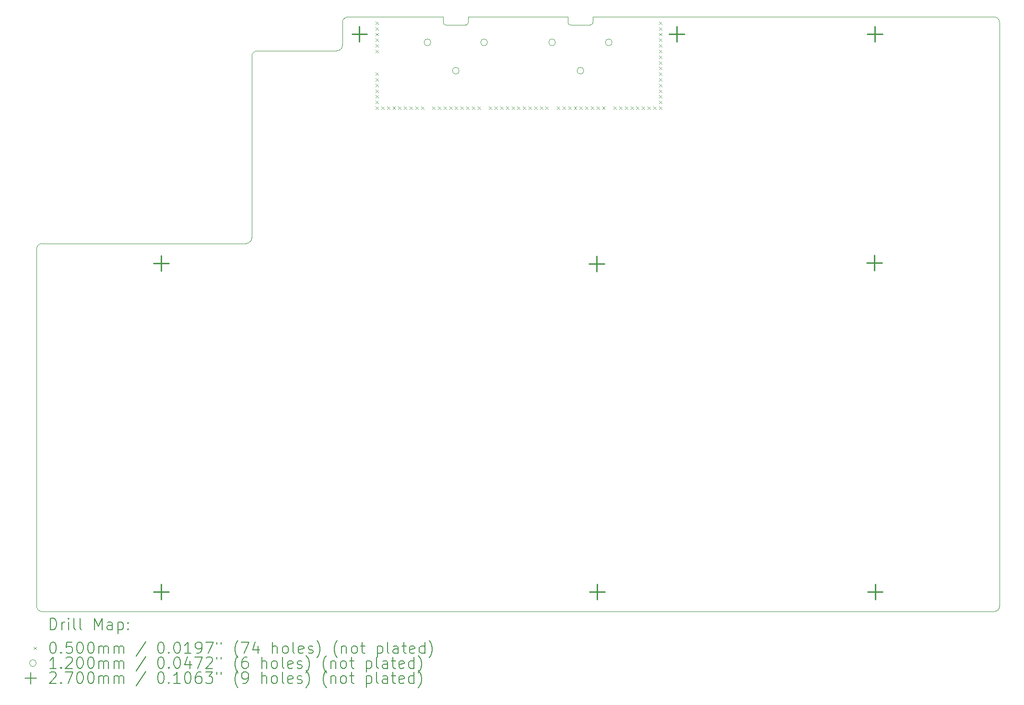
<source format=gbr>
%TF.GenerationSoftware,KiCad,Pcbnew,7.0.1.1-36-gbcf78dbe24-dirty-deb11*%
%TF.CreationDate,2023-04-07T12:35:39+00:00*%
%TF.ProjectId,pedalboard-hw,70656461-6c62-46f6-9172-642d68772e6b,1.0.2*%
%TF.SameCoordinates,Original*%
%TF.FileFunction,Drillmap*%
%TF.FilePolarity,Positive*%
%FSLAX45Y45*%
G04 Gerber Fmt 4.5, Leading zero omitted, Abs format (unit mm)*
G04 Created by KiCad (PCBNEW 7.0.1.1-36-gbcf78dbe24-dirty-deb11) date 2023-04-07 12:35:39*
%MOMM*%
%LPD*%
G01*
G04 APERTURE LIST*
%ADD10C,0.100000*%
%ADD11C,0.200000*%
%ADD12C,0.050000*%
%ADD13C,0.120000*%
%ADD14C,0.270000*%
G04 APERTURE END LIST*
D10*
X11820000Y-2000000D02*
X18900000Y-2000000D01*
X2000000Y-12400000D02*
X2000000Y-6100000D01*
X2100000Y-12500000D02*
X18900000Y-12500000D01*
X7400000Y-2100000D02*
X7400000Y-2500000D01*
X7500000Y-2000000D02*
G75*
G03*
X7400000Y-2100000I0J-100000D01*
G01*
X11380000Y-2100000D02*
G75*
G03*
X11420000Y-2140000I40000J0D01*
G01*
X2000000Y-12400000D02*
G75*
G03*
X2100000Y-12500000I100000J0D01*
G01*
X9180000Y-2100000D02*
G75*
G03*
X9220000Y-2140000I40000J0D01*
G01*
X11420000Y-2140000D02*
X11780000Y-2140000D01*
X5800000Y-5900000D02*
X5800000Y-2700000D01*
X2100000Y-6000000D02*
X5700000Y-6000000D01*
X5900000Y-2600000D02*
G75*
G03*
X5800000Y-2700000I0J-100000D01*
G01*
X19000000Y-2100000D02*
X19000000Y-12400000D01*
X11380000Y-2000000D02*
X11380000Y-2100000D01*
X9620000Y-2100000D02*
X9620000Y-2000000D01*
X9620000Y-2000000D02*
X11380000Y-2000000D01*
X19000000Y-2100000D02*
G75*
G03*
X18900000Y-2000000I-100000J0D01*
G01*
X9580000Y-2140000D02*
G75*
G03*
X9620000Y-2100000I0J40000D01*
G01*
X7300000Y-2600000D02*
X5900000Y-2600000D01*
X9180000Y-2000000D02*
X9180000Y-2100000D01*
X2100000Y-6000000D02*
G75*
G03*
X2000000Y-6100000I0J-100000D01*
G01*
X7300000Y-2600000D02*
G75*
G03*
X7400000Y-2500000I0J100000D01*
G01*
X9220000Y-2140000D02*
X9580000Y-2140000D01*
X5700000Y-6000000D02*
G75*
G03*
X5800000Y-5900000I0J100000D01*
G01*
X9180000Y-2000000D02*
X7500000Y-2000000D01*
X18900000Y-12500000D02*
G75*
G03*
X19000000Y-12400000I0J100000D01*
G01*
X11780000Y-2140000D02*
G75*
G03*
X11820000Y-2100000I0J40000D01*
G01*
X11820000Y-2100000D02*
X11820000Y-2000000D01*
D11*
D12*
X7985000Y-2082500D02*
X8035000Y-2132500D01*
X8035000Y-2082500D02*
X7985000Y-2132500D01*
X7985000Y-2182500D02*
X8035000Y-2232500D01*
X8035000Y-2182500D02*
X7985000Y-2232500D01*
X7985000Y-2282500D02*
X8035000Y-2332500D01*
X8035000Y-2282500D02*
X7985000Y-2332500D01*
X7985000Y-2382500D02*
X8035000Y-2432500D01*
X8035000Y-2382500D02*
X7985000Y-2432500D01*
X7985000Y-2482500D02*
X8035000Y-2532500D01*
X8035000Y-2482500D02*
X7985000Y-2532500D01*
X7985000Y-2582500D02*
X8035000Y-2632500D01*
X8035000Y-2582500D02*
X7985000Y-2632500D01*
X7985000Y-2982500D02*
X8035000Y-3032500D01*
X8035000Y-2982500D02*
X7985000Y-3032500D01*
X7985000Y-3082500D02*
X8035000Y-3132500D01*
X8035000Y-3082500D02*
X7985000Y-3132500D01*
X7985000Y-3182500D02*
X8035000Y-3232500D01*
X8035000Y-3182500D02*
X7985000Y-3232500D01*
X7985000Y-3282500D02*
X8035000Y-3332500D01*
X8035000Y-3282500D02*
X7985000Y-3332500D01*
X7985000Y-3382500D02*
X8035000Y-3432500D01*
X8035000Y-3382500D02*
X7985000Y-3432500D01*
X7985000Y-3482500D02*
X8035000Y-3532500D01*
X8035000Y-3482500D02*
X7985000Y-3532500D01*
X7985000Y-3582500D02*
X8035000Y-3632500D01*
X8035000Y-3582500D02*
X7985000Y-3632500D01*
X8085000Y-3582500D02*
X8135000Y-3632500D01*
X8135000Y-3582500D02*
X8085000Y-3632500D01*
X8185000Y-3582500D02*
X8235000Y-3632500D01*
X8235000Y-3582500D02*
X8185000Y-3632500D01*
X8285000Y-3582500D02*
X8335000Y-3632500D01*
X8335000Y-3582500D02*
X8285000Y-3632500D01*
X8385000Y-3582500D02*
X8435000Y-3632500D01*
X8435000Y-3582500D02*
X8385000Y-3632500D01*
X8485000Y-3582500D02*
X8535000Y-3632500D01*
X8535000Y-3582500D02*
X8485000Y-3632500D01*
X8585000Y-3582500D02*
X8635000Y-3632500D01*
X8635000Y-3582500D02*
X8585000Y-3632500D01*
X8685000Y-3582500D02*
X8735000Y-3632500D01*
X8735000Y-3582500D02*
X8685000Y-3632500D01*
X8785000Y-3582500D02*
X8835000Y-3632500D01*
X8835000Y-3582500D02*
X8785000Y-3632500D01*
X8985000Y-3582500D02*
X9035000Y-3632500D01*
X9035000Y-3582500D02*
X8985000Y-3632500D01*
X9085000Y-3582500D02*
X9135000Y-3632500D01*
X9135000Y-3582500D02*
X9085000Y-3632500D01*
X9185000Y-3582500D02*
X9235000Y-3632500D01*
X9235000Y-3582500D02*
X9185000Y-3632500D01*
X9285000Y-3582500D02*
X9335000Y-3632500D01*
X9335000Y-3582500D02*
X9285000Y-3632500D01*
X9385000Y-3582500D02*
X9435000Y-3632500D01*
X9435000Y-3582500D02*
X9385000Y-3632500D01*
X9485000Y-3582500D02*
X9535000Y-3632500D01*
X9535000Y-3582500D02*
X9485000Y-3632500D01*
X9585000Y-3582500D02*
X9635000Y-3632500D01*
X9635000Y-3582500D02*
X9585000Y-3632500D01*
X9685000Y-3582500D02*
X9735000Y-3632500D01*
X9735000Y-3582500D02*
X9685000Y-3632500D01*
X9785000Y-3582500D02*
X9835000Y-3632500D01*
X9835000Y-3582500D02*
X9785000Y-3632500D01*
X9985000Y-3582500D02*
X10035000Y-3632500D01*
X10035000Y-3582500D02*
X9985000Y-3632500D01*
X10085000Y-3582500D02*
X10135000Y-3632500D01*
X10135000Y-3582500D02*
X10085000Y-3632500D01*
X10185000Y-3582500D02*
X10235000Y-3632500D01*
X10235000Y-3582500D02*
X10185000Y-3632500D01*
X10285000Y-3582500D02*
X10335000Y-3632500D01*
X10335000Y-3582500D02*
X10285000Y-3632500D01*
X10385000Y-3582500D02*
X10435000Y-3632500D01*
X10435000Y-3582500D02*
X10385000Y-3632500D01*
X10485000Y-3582500D02*
X10535000Y-3632500D01*
X10535000Y-3582500D02*
X10485000Y-3632500D01*
X10585000Y-3582500D02*
X10635000Y-3632500D01*
X10635000Y-3582500D02*
X10585000Y-3632500D01*
X10685000Y-3582500D02*
X10735000Y-3632500D01*
X10735000Y-3582500D02*
X10685000Y-3632500D01*
X10785000Y-3582500D02*
X10835000Y-3632500D01*
X10835000Y-3582500D02*
X10785000Y-3632500D01*
X10885000Y-3582500D02*
X10935000Y-3632500D01*
X10935000Y-3582500D02*
X10885000Y-3632500D01*
X10985000Y-3582500D02*
X11035000Y-3632500D01*
X11035000Y-3582500D02*
X10985000Y-3632500D01*
X11185000Y-3582500D02*
X11235000Y-3632500D01*
X11235000Y-3582500D02*
X11185000Y-3632500D01*
X11285000Y-3582500D02*
X11335000Y-3632500D01*
X11335000Y-3582500D02*
X11285000Y-3632500D01*
X11385000Y-3582500D02*
X11435000Y-3632500D01*
X11435000Y-3582500D02*
X11385000Y-3632500D01*
X11485000Y-3582500D02*
X11535000Y-3632500D01*
X11535000Y-3582500D02*
X11485000Y-3632500D01*
X11585000Y-3582500D02*
X11635000Y-3632500D01*
X11635000Y-3582500D02*
X11585000Y-3632500D01*
X11685000Y-3582500D02*
X11735000Y-3632500D01*
X11735000Y-3582500D02*
X11685000Y-3632500D01*
X11785000Y-3582500D02*
X11835000Y-3632500D01*
X11835000Y-3582500D02*
X11785000Y-3632500D01*
X11885000Y-3582500D02*
X11935000Y-3632500D01*
X11935000Y-3582500D02*
X11885000Y-3632500D01*
X11985000Y-3582500D02*
X12035000Y-3632500D01*
X12035000Y-3582500D02*
X11985000Y-3632500D01*
X12185000Y-3582500D02*
X12235000Y-3632500D01*
X12235000Y-3582500D02*
X12185000Y-3632500D01*
X12285000Y-3582500D02*
X12335000Y-3632500D01*
X12335000Y-3582500D02*
X12285000Y-3632500D01*
X12385000Y-3582500D02*
X12435000Y-3632500D01*
X12435000Y-3582500D02*
X12385000Y-3632500D01*
X12485000Y-3582500D02*
X12535000Y-3632500D01*
X12535000Y-3582500D02*
X12485000Y-3632500D01*
X12585000Y-3582500D02*
X12635000Y-3632500D01*
X12635000Y-3582500D02*
X12585000Y-3632500D01*
X12685000Y-3582500D02*
X12735000Y-3632500D01*
X12735000Y-3582500D02*
X12685000Y-3632500D01*
X12785000Y-3582500D02*
X12835000Y-3632500D01*
X12835000Y-3582500D02*
X12785000Y-3632500D01*
X12885000Y-3582500D02*
X12935000Y-3632500D01*
X12935000Y-3582500D02*
X12885000Y-3632500D01*
X12985000Y-2082500D02*
X13035000Y-2132500D01*
X13035000Y-2082500D02*
X12985000Y-2132500D01*
X12985000Y-2182500D02*
X13035000Y-2232500D01*
X13035000Y-2182500D02*
X12985000Y-2232500D01*
X12985000Y-2282500D02*
X13035000Y-2332500D01*
X13035000Y-2282500D02*
X12985000Y-2332500D01*
X12985000Y-2382500D02*
X13035000Y-2432500D01*
X13035000Y-2382500D02*
X12985000Y-2432500D01*
X12985000Y-2482500D02*
X13035000Y-2532500D01*
X13035000Y-2482500D02*
X12985000Y-2532500D01*
X12985000Y-2582500D02*
X13035000Y-2632500D01*
X13035000Y-2582500D02*
X12985000Y-2632500D01*
X12985000Y-2682500D02*
X13035000Y-2732500D01*
X13035000Y-2682500D02*
X12985000Y-2732500D01*
X12985000Y-2782500D02*
X13035000Y-2832500D01*
X13035000Y-2782500D02*
X12985000Y-2832500D01*
X12985000Y-2882500D02*
X13035000Y-2932500D01*
X13035000Y-2882500D02*
X12985000Y-2932500D01*
X12985000Y-2982500D02*
X13035000Y-3032500D01*
X13035000Y-2982500D02*
X12985000Y-3032500D01*
X12985000Y-3082500D02*
X13035000Y-3132500D01*
X13035000Y-3082500D02*
X12985000Y-3132500D01*
X12985000Y-3182500D02*
X13035000Y-3232500D01*
X13035000Y-3182500D02*
X12985000Y-3232500D01*
X12985000Y-3282500D02*
X13035000Y-3332500D01*
X13035000Y-3282500D02*
X12985000Y-3332500D01*
X12985000Y-3382500D02*
X13035000Y-3432500D01*
X13035000Y-3382500D02*
X12985000Y-3432500D01*
X12985000Y-3482500D02*
X13035000Y-3532500D01*
X13035000Y-3482500D02*
X12985000Y-3532500D01*
X12985000Y-3582500D02*
X13035000Y-3632500D01*
X13035000Y-3582500D02*
X12985000Y-3632500D01*
D13*
X8960000Y-2450000D02*
G75*
G03*
X8960000Y-2450000I-60000J0D01*
G01*
X9460000Y-2950000D02*
G75*
G03*
X9460000Y-2950000I-60000J0D01*
G01*
X9960000Y-2450000D02*
G75*
G03*
X9960000Y-2450000I-60000J0D01*
G01*
X11160000Y-2450000D02*
G75*
G03*
X11160000Y-2450000I-60000J0D01*
G01*
X11660000Y-2950000D02*
G75*
G03*
X11660000Y-2950000I-60000J0D01*
G01*
X12160000Y-2450000D02*
G75*
G03*
X12160000Y-2450000I-60000J0D01*
G01*
D14*
X4200000Y-6215000D02*
X4200000Y-6485000D01*
X4065000Y-6350000D02*
X4335000Y-6350000D01*
X4200000Y-12015000D02*
X4200000Y-12285000D01*
X4065000Y-12150000D02*
X4335000Y-12150000D01*
X7700000Y-2165000D02*
X7700000Y-2435000D01*
X7565000Y-2300000D02*
X7835000Y-2300000D01*
X11890000Y-6221560D02*
X11890000Y-6491560D01*
X11755000Y-6356560D02*
X12025000Y-6356560D01*
X11898000Y-12017000D02*
X11898000Y-12287000D01*
X11763000Y-12152000D02*
X12033000Y-12152000D01*
X13300000Y-2165000D02*
X13300000Y-2435000D01*
X13165000Y-2300000D02*
X13435000Y-2300000D01*
X16790000Y-6210000D02*
X16790000Y-6480000D01*
X16655000Y-6345000D02*
X16925000Y-6345000D01*
X16800000Y-2165000D02*
X16800000Y-2435000D01*
X16665000Y-2300000D02*
X16935000Y-2300000D01*
X16802000Y-12015000D02*
X16802000Y-12285000D01*
X16667000Y-12150000D02*
X16937000Y-12150000D01*
D11*
X2242619Y-12817524D02*
X2242619Y-12617524D01*
X2242619Y-12617524D02*
X2290238Y-12617524D01*
X2290238Y-12617524D02*
X2318810Y-12627048D01*
X2318810Y-12627048D02*
X2337857Y-12646095D01*
X2337857Y-12646095D02*
X2347381Y-12665143D01*
X2347381Y-12665143D02*
X2356905Y-12703238D01*
X2356905Y-12703238D02*
X2356905Y-12731809D01*
X2356905Y-12731809D02*
X2347381Y-12769905D01*
X2347381Y-12769905D02*
X2337857Y-12788952D01*
X2337857Y-12788952D02*
X2318810Y-12808000D01*
X2318810Y-12808000D02*
X2290238Y-12817524D01*
X2290238Y-12817524D02*
X2242619Y-12817524D01*
X2442619Y-12817524D02*
X2442619Y-12684190D01*
X2442619Y-12722286D02*
X2452143Y-12703238D01*
X2452143Y-12703238D02*
X2461667Y-12693714D01*
X2461667Y-12693714D02*
X2480714Y-12684190D01*
X2480714Y-12684190D02*
X2499762Y-12684190D01*
X2566429Y-12817524D02*
X2566429Y-12684190D01*
X2566429Y-12617524D02*
X2556905Y-12627048D01*
X2556905Y-12627048D02*
X2566429Y-12636571D01*
X2566429Y-12636571D02*
X2575952Y-12627048D01*
X2575952Y-12627048D02*
X2566429Y-12617524D01*
X2566429Y-12617524D02*
X2566429Y-12636571D01*
X2690238Y-12817524D02*
X2671190Y-12808000D01*
X2671190Y-12808000D02*
X2661667Y-12788952D01*
X2661667Y-12788952D02*
X2661667Y-12617524D01*
X2795000Y-12817524D02*
X2775952Y-12808000D01*
X2775952Y-12808000D02*
X2766429Y-12788952D01*
X2766429Y-12788952D02*
X2766429Y-12617524D01*
X3023571Y-12817524D02*
X3023571Y-12617524D01*
X3023571Y-12617524D02*
X3090238Y-12760381D01*
X3090238Y-12760381D02*
X3156905Y-12617524D01*
X3156905Y-12617524D02*
X3156905Y-12817524D01*
X3337857Y-12817524D02*
X3337857Y-12712762D01*
X3337857Y-12712762D02*
X3328333Y-12693714D01*
X3328333Y-12693714D02*
X3309286Y-12684190D01*
X3309286Y-12684190D02*
X3271190Y-12684190D01*
X3271190Y-12684190D02*
X3252143Y-12693714D01*
X3337857Y-12808000D02*
X3318809Y-12817524D01*
X3318809Y-12817524D02*
X3271190Y-12817524D01*
X3271190Y-12817524D02*
X3252143Y-12808000D01*
X3252143Y-12808000D02*
X3242619Y-12788952D01*
X3242619Y-12788952D02*
X3242619Y-12769905D01*
X3242619Y-12769905D02*
X3252143Y-12750857D01*
X3252143Y-12750857D02*
X3271190Y-12741333D01*
X3271190Y-12741333D02*
X3318809Y-12741333D01*
X3318809Y-12741333D02*
X3337857Y-12731809D01*
X3433095Y-12684190D02*
X3433095Y-12884190D01*
X3433095Y-12693714D02*
X3452143Y-12684190D01*
X3452143Y-12684190D02*
X3490238Y-12684190D01*
X3490238Y-12684190D02*
X3509286Y-12693714D01*
X3509286Y-12693714D02*
X3518809Y-12703238D01*
X3518809Y-12703238D02*
X3528333Y-12722286D01*
X3528333Y-12722286D02*
X3528333Y-12779428D01*
X3528333Y-12779428D02*
X3518809Y-12798476D01*
X3518809Y-12798476D02*
X3509286Y-12808000D01*
X3509286Y-12808000D02*
X3490238Y-12817524D01*
X3490238Y-12817524D02*
X3452143Y-12817524D01*
X3452143Y-12817524D02*
X3433095Y-12808000D01*
X3614048Y-12798476D02*
X3623571Y-12808000D01*
X3623571Y-12808000D02*
X3614048Y-12817524D01*
X3614048Y-12817524D02*
X3604524Y-12808000D01*
X3604524Y-12808000D02*
X3614048Y-12798476D01*
X3614048Y-12798476D02*
X3614048Y-12817524D01*
X3614048Y-12693714D02*
X3623571Y-12703238D01*
X3623571Y-12703238D02*
X3614048Y-12712762D01*
X3614048Y-12712762D02*
X3604524Y-12703238D01*
X3604524Y-12703238D02*
X3614048Y-12693714D01*
X3614048Y-12693714D02*
X3614048Y-12712762D01*
D12*
X1945000Y-13120000D02*
X1995000Y-13170000D01*
X1995000Y-13120000D02*
X1945000Y-13170000D01*
D11*
X2280714Y-13037524D02*
X2299762Y-13037524D01*
X2299762Y-13037524D02*
X2318810Y-13047048D01*
X2318810Y-13047048D02*
X2328333Y-13056571D01*
X2328333Y-13056571D02*
X2337857Y-13075619D01*
X2337857Y-13075619D02*
X2347381Y-13113714D01*
X2347381Y-13113714D02*
X2347381Y-13161333D01*
X2347381Y-13161333D02*
X2337857Y-13199428D01*
X2337857Y-13199428D02*
X2328333Y-13218476D01*
X2328333Y-13218476D02*
X2318810Y-13228000D01*
X2318810Y-13228000D02*
X2299762Y-13237524D01*
X2299762Y-13237524D02*
X2280714Y-13237524D01*
X2280714Y-13237524D02*
X2261667Y-13228000D01*
X2261667Y-13228000D02*
X2252143Y-13218476D01*
X2252143Y-13218476D02*
X2242619Y-13199428D01*
X2242619Y-13199428D02*
X2233095Y-13161333D01*
X2233095Y-13161333D02*
X2233095Y-13113714D01*
X2233095Y-13113714D02*
X2242619Y-13075619D01*
X2242619Y-13075619D02*
X2252143Y-13056571D01*
X2252143Y-13056571D02*
X2261667Y-13047048D01*
X2261667Y-13047048D02*
X2280714Y-13037524D01*
X2433095Y-13218476D02*
X2442619Y-13228000D01*
X2442619Y-13228000D02*
X2433095Y-13237524D01*
X2433095Y-13237524D02*
X2423571Y-13228000D01*
X2423571Y-13228000D02*
X2433095Y-13218476D01*
X2433095Y-13218476D02*
X2433095Y-13237524D01*
X2623571Y-13037524D02*
X2528333Y-13037524D01*
X2528333Y-13037524D02*
X2518810Y-13132762D01*
X2518810Y-13132762D02*
X2528333Y-13123238D01*
X2528333Y-13123238D02*
X2547381Y-13113714D01*
X2547381Y-13113714D02*
X2595000Y-13113714D01*
X2595000Y-13113714D02*
X2614048Y-13123238D01*
X2614048Y-13123238D02*
X2623571Y-13132762D01*
X2623571Y-13132762D02*
X2633095Y-13151809D01*
X2633095Y-13151809D02*
X2633095Y-13199428D01*
X2633095Y-13199428D02*
X2623571Y-13218476D01*
X2623571Y-13218476D02*
X2614048Y-13228000D01*
X2614048Y-13228000D02*
X2595000Y-13237524D01*
X2595000Y-13237524D02*
X2547381Y-13237524D01*
X2547381Y-13237524D02*
X2528333Y-13228000D01*
X2528333Y-13228000D02*
X2518810Y-13218476D01*
X2756905Y-13037524D02*
X2775952Y-13037524D01*
X2775952Y-13037524D02*
X2795000Y-13047048D01*
X2795000Y-13047048D02*
X2804524Y-13056571D01*
X2804524Y-13056571D02*
X2814048Y-13075619D01*
X2814048Y-13075619D02*
X2823571Y-13113714D01*
X2823571Y-13113714D02*
X2823571Y-13161333D01*
X2823571Y-13161333D02*
X2814048Y-13199428D01*
X2814048Y-13199428D02*
X2804524Y-13218476D01*
X2804524Y-13218476D02*
X2795000Y-13228000D01*
X2795000Y-13228000D02*
X2775952Y-13237524D01*
X2775952Y-13237524D02*
X2756905Y-13237524D01*
X2756905Y-13237524D02*
X2737857Y-13228000D01*
X2737857Y-13228000D02*
X2728333Y-13218476D01*
X2728333Y-13218476D02*
X2718810Y-13199428D01*
X2718810Y-13199428D02*
X2709286Y-13161333D01*
X2709286Y-13161333D02*
X2709286Y-13113714D01*
X2709286Y-13113714D02*
X2718810Y-13075619D01*
X2718810Y-13075619D02*
X2728333Y-13056571D01*
X2728333Y-13056571D02*
X2737857Y-13047048D01*
X2737857Y-13047048D02*
X2756905Y-13037524D01*
X2947381Y-13037524D02*
X2966429Y-13037524D01*
X2966429Y-13037524D02*
X2985476Y-13047048D01*
X2985476Y-13047048D02*
X2995000Y-13056571D01*
X2995000Y-13056571D02*
X3004524Y-13075619D01*
X3004524Y-13075619D02*
X3014048Y-13113714D01*
X3014048Y-13113714D02*
X3014048Y-13161333D01*
X3014048Y-13161333D02*
X3004524Y-13199428D01*
X3004524Y-13199428D02*
X2995000Y-13218476D01*
X2995000Y-13218476D02*
X2985476Y-13228000D01*
X2985476Y-13228000D02*
X2966429Y-13237524D01*
X2966429Y-13237524D02*
X2947381Y-13237524D01*
X2947381Y-13237524D02*
X2928333Y-13228000D01*
X2928333Y-13228000D02*
X2918809Y-13218476D01*
X2918809Y-13218476D02*
X2909286Y-13199428D01*
X2909286Y-13199428D02*
X2899762Y-13161333D01*
X2899762Y-13161333D02*
X2899762Y-13113714D01*
X2899762Y-13113714D02*
X2909286Y-13075619D01*
X2909286Y-13075619D02*
X2918809Y-13056571D01*
X2918809Y-13056571D02*
X2928333Y-13047048D01*
X2928333Y-13047048D02*
X2947381Y-13037524D01*
X3099762Y-13237524D02*
X3099762Y-13104190D01*
X3099762Y-13123238D02*
X3109286Y-13113714D01*
X3109286Y-13113714D02*
X3128333Y-13104190D01*
X3128333Y-13104190D02*
X3156905Y-13104190D01*
X3156905Y-13104190D02*
X3175952Y-13113714D01*
X3175952Y-13113714D02*
X3185476Y-13132762D01*
X3185476Y-13132762D02*
X3185476Y-13237524D01*
X3185476Y-13132762D02*
X3195000Y-13113714D01*
X3195000Y-13113714D02*
X3214048Y-13104190D01*
X3214048Y-13104190D02*
X3242619Y-13104190D01*
X3242619Y-13104190D02*
X3261667Y-13113714D01*
X3261667Y-13113714D02*
X3271190Y-13132762D01*
X3271190Y-13132762D02*
X3271190Y-13237524D01*
X3366429Y-13237524D02*
X3366429Y-13104190D01*
X3366429Y-13123238D02*
X3375952Y-13113714D01*
X3375952Y-13113714D02*
X3395000Y-13104190D01*
X3395000Y-13104190D02*
X3423571Y-13104190D01*
X3423571Y-13104190D02*
X3442619Y-13113714D01*
X3442619Y-13113714D02*
X3452143Y-13132762D01*
X3452143Y-13132762D02*
X3452143Y-13237524D01*
X3452143Y-13132762D02*
X3461667Y-13113714D01*
X3461667Y-13113714D02*
X3480714Y-13104190D01*
X3480714Y-13104190D02*
X3509286Y-13104190D01*
X3509286Y-13104190D02*
X3528333Y-13113714D01*
X3528333Y-13113714D02*
X3537857Y-13132762D01*
X3537857Y-13132762D02*
X3537857Y-13237524D01*
X3928333Y-13028000D02*
X3756905Y-13285143D01*
X4185476Y-13037524D02*
X4204524Y-13037524D01*
X4204524Y-13037524D02*
X4223572Y-13047048D01*
X4223572Y-13047048D02*
X4233095Y-13056571D01*
X4233095Y-13056571D02*
X4242619Y-13075619D01*
X4242619Y-13075619D02*
X4252143Y-13113714D01*
X4252143Y-13113714D02*
X4252143Y-13161333D01*
X4252143Y-13161333D02*
X4242619Y-13199428D01*
X4242619Y-13199428D02*
X4233095Y-13218476D01*
X4233095Y-13218476D02*
X4223572Y-13228000D01*
X4223572Y-13228000D02*
X4204524Y-13237524D01*
X4204524Y-13237524D02*
X4185476Y-13237524D01*
X4185476Y-13237524D02*
X4166429Y-13228000D01*
X4166429Y-13228000D02*
X4156905Y-13218476D01*
X4156905Y-13218476D02*
X4147381Y-13199428D01*
X4147381Y-13199428D02*
X4137857Y-13161333D01*
X4137857Y-13161333D02*
X4137857Y-13113714D01*
X4137857Y-13113714D02*
X4147381Y-13075619D01*
X4147381Y-13075619D02*
X4156905Y-13056571D01*
X4156905Y-13056571D02*
X4166429Y-13047048D01*
X4166429Y-13047048D02*
X4185476Y-13037524D01*
X4337857Y-13218476D02*
X4347381Y-13228000D01*
X4347381Y-13228000D02*
X4337857Y-13237524D01*
X4337857Y-13237524D02*
X4328334Y-13228000D01*
X4328334Y-13228000D02*
X4337857Y-13218476D01*
X4337857Y-13218476D02*
X4337857Y-13237524D01*
X4471191Y-13037524D02*
X4490238Y-13037524D01*
X4490238Y-13037524D02*
X4509286Y-13047048D01*
X4509286Y-13047048D02*
X4518810Y-13056571D01*
X4518810Y-13056571D02*
X4528334Y-13075619D01*
X4528334Y-13075619D02*
X4537857Y-13113714D01*
X4537857Y-13113714D02*
X4537857Y-13161333D01*
X4537857Y-13161333D02*
X4528334Y-13199428D01*
X4528334Y-13199428D02*
X4518810Y-13218476D01*
X4518810Y-13218476D02*
X4509286Y-13228000D01*
X4509286Y-13228000D02*
X4490238Y-13237524D01*
X4490238Y-13237524D02*
X4471191Y-13237524D01*
X4471191Y-13237524D02*
X4452143Y-13228000D01*
X4452143Y-13228000D02*
X4442619Y-13218476D01*
X4442619Y-13218476D02*
X4433095Y-13199428D01*
X4433095Y-13199428D02*
X4423572Y-13161333D01*
X4423572Y-13161333D02*
X4423572Y-13113714D01*
X4423572Y-13113714D02*
X4433095Y-13075619D01*
X4433095Y-13075619D02*
X4442619Y-13056571D01*
X4442619Y-13056571D02*
X4452143Y-13047048D01*
X4452143Y-13047048D02*
X4471191Y-13037524D01*
X4728334Y-13237524D02*
X4614048Y-13237524D01*
X4671191Y-13237524D02*
X4671191Y-13037524D01*
X4671191Y-13037524D02*
X4652143Y-13066095D01*
X4652143Y-13066095D02*
X4633095Y-13085143D01*
X4633095Y-13085143D02*
X4614048Y-13094667D01*
X4823572Y-13237524D02*
X4861667Y-13237524D01*
X4861667Y-13237524D02*
X4880715Y-13228000D01*
X4880715Y-13228000D02*
X4890238Y-13218476D01*
X4890238Y-13218476D02*
X4909286Y-13189905D01*
X4909286Y-13189905D02*
X4918810Y-13151809D01*
X4918810Y-13151809D02*
X4918810Y-13075619D01*
X4918810Y-13075619D02*
X4909286Y-13056571D01*
X4909286Y-13056571D02*
X4899762Y-13047048D01*
X4899762Y-13047048D02*
X4880715Y-13037524D01*
X4880715Y-13037524D02*
X4842619Y-13037524D01*
X4842619Y-13037524D02*
X4823572Y-13047048D01*
X4823572Y-13047048D02*
X4814048Y-13056571D01*
X4814048Y-13056571D02*
X4804524Y-13075619D01*
X4804524Y-13075619D02*
X4804524Y-13123238D01*
X4804524Y-13123238D02*
X4814048Y-13142286D01*
X4814048Y-13142286D02*
X4823572Y-13151809D01*
X4823572Y-13151809D02*
X4842619Y-13161333D01*
X4842619Y-13161333D02*
X4880715Y-13161333D01*
X4880715Y-13161333D02*
X4899762Y-13151809D01*
X4899762Y-13151809D02*
X4909286Y-13142286D01*
X4909286Y-13142286D02*
X4918810Y-13123238D01*
X4985476Y-13037524D02*
X5118810Y-13037524D01*
X5118810Y-13037524D02*
X5033095Y-13237524D01*
X5185476Y-13037524D02*
X5185476Y-13075619D01*
X5261667Y-13037524D02*
X5261667Y-13075619D01*
X5556905Y-13313714D02*
X5547381Y-13304190D01*
X5547381Y-13304190D02*
X5528334Y-13275619D01*
X5528334Y-13275619D02*
X5518810Y-13256571D01*
X5518810Y-13256571D02*
X5509286Y-13228000D01*
X5509286Y-13228000D02*
X5499762Y-13180381D01*
X5499762Y-13180381D02*
X5499762Y-13142286D01*
X5499762Y-13142286D02*
X5509286Y-13094667D01*
X5509286Y-13094667D02*
X5518810Y-13066095D01*
X5518810Y-13066095D02*
X5528334Y-13047048D01*
X5528334Y-13047048D02*
X5547381Y-13018476D01*
X5547381Y-13018476D02*
X5556905Y-13008952D01*
X5614048Y-13037524D02*
X5747381Y-13037524D01*
X5747381Y-13037524D02*
X5661667Y-13237524D01*
X5909286Y-13104190D02*
X5909286Y-13237524D01*
X5861667Y-13028000D02*
X5814048Y-13170857D01*
X5814048Y-13170857D02*
X5937857Y-13170857D01*
X6166429Y-13237524D02*
X6166429Y-13037524D01*
X6252143Y-13237524D02*
X6252143Y-13132762D01*
X6252143Y-13132762D02*
X6242619Y-13113714D01*
X6242619Y-13113714D02*
X6223572Y-13104190D01*
X6223572Y-13104190D02*
X6195000Y-13104190D01*
X6195000Y-13104190D02*
X6175953Y-13113714D01*
X6175953Y-13113714D02*
X6166429Y-13123238D01*
X6375953Y-13237524D02*
X6356905Y-13228000D01*
X6356905Y-13228000D02*
X6347381Y-13218476D01*
X6347381Y-13218476D02*
X6337857Y-13199428D01*
X6337857Y-13199428D02*
X6337857Y-13142286D01*
X6337857Y-13142286D02*
X6347381Y-13123238D01*
X6347381Y-13123238D02*
X6356905Y-13113714D01*
X6356905Y-13113714D02*
X6375953Y-13104190D01*
X6375953Y-13104190D02*
X6404524Y-13104190D01*
X6404524Y-13104190D02*
X6423572Y-13113714D01*
X6423572Y-13113714D02*
X6433096Y-13123238D01*
X6433096Y-13123238D02*
X6442619Y-13142286D01*
X6442619Y-13142286D02*
X6442619Y-13199428D01*
X6442619Y-13199428D02*
X6433096Y-13218476D01*
X6433096Y-13218476D02*
X6423572Y-13228000D01*
X6423572Y-13228000D02*
X6404524Y-13237524D01*
X6404524Y-13237524D02*
X6375953Y-13237524D01*
X6556905Y-13237524D02*
X6537857Y-13228000D01*
X6537857Y-13228000D02*
X6528334Y-13208952D01*
X6528334Y-13208952D02*
X6528334Y-13037524D01*
X6709286Y-13228000D02*
X6690238Y-13237524D01*
X6690238Y-13237524D02*
X6652143Y-13237524D01*
X6652143Y-13237524D02*
X6633096Y-13228000D01*
X6633096Y-13228000D02*
X6623572Y-13208952D01*
X6623572Y-13208952D02*
X6623572Y-13132762D01*
X6623572Y-13132762D02*
X6633096Y-13113714D01*
X6633096Y-13113714D02*
X6652143Y-13104190D01*
X6652143Y-13104190D02*
X6690238Y-13104190D01*
X6690238Y-13104190D02*
X6709286Y-13113714D01*
X6709286Y-13113714D02*
X6718810Y-13132762D01*
X6718810Y-13132762D02*
X6718810Y-13151809D01*
X6718810Y-13151809D02*
X6623572Y-13170857D01*
X6795000Y-13228000D02*
X6814048Y-13237524D01*
X6814048Y-13237524D02*
X6852143Y-13237524D01*
X6852143Y-13237524D02*
X6871191Y-13228000D01*
X6871191Y-13228000D02*
X6880715Y-13208952D01*
X6880715Y-13208952D02*
X6880715Y-13199428D01*
X6880715Y-13199428D02*
X6871191Y-13180381D01*
X6871191Y-13180381D02*
X6852143Y-13170857D01*
X6852143Y-13170857D02*
X6823572Y-13170857D01*
X6823572Y-13170857D02*
X6804524Y-13161333D01*
X6804524Y-13161333D02*
X6795000Y-13142286D01*
X6795000Y-13142286D02*
X6795000Y-13132762D01*
X6795000Y-13132762D02*
X6804524Y-13113714D01*
X6804524Y-13113714D02*
X6823572Y-13104190D01*
X6823572Y-13104190D02*
X6852143Y-13104190D01*
X6852143Y-13104190D02*
X6871191Y-13113714D01*
X6947381Y-13313714D02*
X6956905Y-13304190D01*
X6956905Y-13304190D02*
X6975953Y-13275619D01*
X6975953Y-13275619D02*
X6985477Y-13256571D01*
X6985477Y-13256571D02*
X6995000Y-13228000D01*
X6995000Y-13228000D02*
X7004524Y-13180381D01*
X7004524Y-13180381D02*
X7004524Y-13142286D01*
X7004524Y-13142286D02*
X6995000Y-13094667D01*
X6995000Y-13094667D02*
X6985477Y-13066095D01*
X6985477Y-13066095D02*
X6975953Y-13047048D01*
X6975953Y-13047048D02*
X6956905Y-13018476D01*
X6956905Y-13018476D02*
X6947381Y-13008952D01*
X7309286Y-13313714D02*
X7299762Y-13304190D01*
X7299762Y-13304190D02*
X7280715Y-13275619D01*
X7280715Y-13275619D02*
X7271191Y-13256571D01*
X7271191Y-13256571D02*
X7261667Y-13228000D01*
X7261667Y-13228000D02*
X7252143Y-13180381D01*
X7252143Y-13180381D02*
X7252143Y-13142286D01*
X7252143Y-13142286D02*
X7261667Y-13094667D01*
X7261667Y-13094667D02*
X7271191Y-13066095D01*
X7271191Y-13066095D02*
X7280715Y-13047048D01*
X7280715Y-13047048D02*
X7299762Y-13018476D01*
X7299762Y-13018476D02*
X7309286Y-13008952D01*
X7385477Y-13104190D02*
X7385477Y-13237524D01*
X7385477Y-13123238D02*
X7395000Y-13113714D01*
X7395000Y-13113714D02*
X7414048Y-13104190D01*
X7414048Y-13104190D02*
X7442619Y-13104190D01*
X7442619Y-13104190D02*
X7461667Y-13113714D01*
X7461667Y-13113714D02*
X7471191Y-13132762D01*
X7471191Y-13132762D02*
X7471191Y-13237524D01*
X7595000Y-13237524D02*
X7575953Y-13228000D01*
X7575953Y-13228000D02*
X7566429Y-13218476D01*
X7566429Y-13218476D02*
X7556905Y-13199428D01*
X7556905Y-13199428D02*
X7556905Y-13142286D01*
X7556905Y-13142286D02*
X7566429Y-13123238D01*
X7566429Y-13123238D02*
X7575953Y-13113714D01*
X7575953Y-13113714D02*
X7595000Y-13104190D01*
X7595000Y-13104190D02*
X7623572Y-13104190D01*
X7623572Y-13104190D02*
X7642619Y-13113714D01*
X7642619Y-13113714D02*
X7652143Y-13123238D01*
X7652143Y-13123238D02*
X7661667Y-13142286D01*
X7661667Y-13142286D02*
X7661667Y-13199428D01*
X7661667Y-13199428D02*
X7652143Y-13218476D01*
X7652143Y-13218476D02*
X7642619Y-13228000D01*
X7642619Y-13228000D02*
X7623572Y-13237524D01*
X7623572Y-13237524D02*
X7595000Y-13237524D01*
X7718810Y-13104190D02*
X7795000Y-13104190D01*
X7747381Y-13037524D02*
X7747381Y-13208952D01*
X7747381Y-13208952D02*
X7756905Y-13228000D01*
X7756905Y-13228000D02*
X7775953Y-13237524D01*
X7775953Y-13237524D02*
X7795000Y-13237524D01*
X8014048Y-13104190D02*
X8014048Y-13304190D01*
X8014048Y-13113714D02*
X8033096Y-13104190D01*
X8033096Y-13104190D02*
X8071191Y-13104190D01*
X8071191Y-13104190D02*
X8090239Y-13113714D01*
X8090239Y-13113714D02*
X8099762Y-13123238D01*
X8099762Y-13123238D02*
X8109286Y-13142286D01*
X8109286Y-13142286D02*
X8109286Y-13199428D01*
X8109286Y-13199428D02*
X8099762Y-13218476D01*
X8099762Y-13218476D02*
X8090239Y-13228000D01*
X8090239Y-13228000D02*
X8071191Y-13237524D01*
X8071191Y-13237524D02*
X8033096Y-13237524D01*
X8033096Y-13237524D02*
X8014048Y-13228000D01*
X8223572Y-13237524D02*
X8204524Y-13228000D01*
X8204524Y-13228000D02*
X8195000Y-13208952D01*
X8195000Y-13208952D02*
X8195000Y-13037524D01*
X8385477Y-13237524D02*
X8385477Y-13132762D01*
X8385477Y-13132762D02*
X8375953Y-13113714D01*
X8375953Y-13113714D02*
X8356905Y-13104190D01*
X8356905Y-13104190D02*
X8318810Y-13104190D01*
X8318810Y-13104190D02*
X8299762Y-13113714D01*
X8385477Y-13228000D02*
X8366429Y-13237524D01*
X8366429Y-13237524D02*
X8318810Y-13237524D01*
X8318810Y-13237524D02*
X8299762Y-13228000D01*
X8299762Y-13228000D02*
X8290239Y-13208952D01*
X8290239Y-13208952D02*
X8290239Y-13189905D01*
X8290239Y-13189905D02*
X8299762Y-13170857D01*
X8299762Y-13170857D02*
X8318810Y-13161333D01*
X8318810Y-13161333D02*
X8366429Y-13161333D01*
X8366429Y-13161333D02*
X8385477Y-13151809D01*
X8452143Y-13104190D02*
X8528334Y-13104190D01*
X8480715Y-13037524D02*
X8480715Y-13208952D01*
X8480715Y-13208952D02*
X8490239Y-13228000D01*
X8490239Y-13228000D02*
X8509286Y-13237524D01*
X8509286Y-13237524D02*
X8528334Y-13237524D01*
X8671191Y-13228000D02*
X8652143Y-13237524D01*
X8652143Y-13237524D02*
X8614048Y-13237524D01*
X8614048Y-13237524D02*
X8595001Y-13228000D01*
X8595001Y-13228000D02*
X8585477Y-13208952D01*
X8585477Y-13208952D02*
X8585477Y-13132762D01*
X8585477Y-13132762D02*
X8595001Y-13113714D01*
X8595001Y-13113714D02*
X8614048Y-13104190D01*
X8614048Y-13104190D02*
X8652143Y-13104190D01*
X8652143Y-13104190D02*
X8671191Y-13113714D01*
X8671191Y-13113714D02*
X8680715Y-13132762D01*
X8680715Y-13132762D02*
X8680715Y-13151809D01*
X8680715Y-13151809D02*
X8585477Y-13170857D01*
X8852143Y-13237524D02*
X8852143Y-13037524D01*
X8852143Y-13228000D02*
X8833096Y-13237524D01*
X8833096Y-13237524D02*
X8795001Y-13237524D01*
X8795001Y-13237524D02*
X8775953Y-13228000D01*
X8775953Y-13228000D02*
X8766429Y-13218476D01*
X8766429Y-13218476D02*
X8756905Y-13199428D01*
X8756905Y-13199428D02*
X8756905Y-13142286D01*
X8756905Y-13142286D02*
X8766429Y-13123238D01*
X8766429Y-13123238D02*
X8775953Y-13113714D01*
X8775953Y-13113714D02*
X8795001Y-13104190D01*
X8795001Y-13104190D02*
X8833096Y-13104190D01*
X8833096Y-13104190D02*
X8852143Y-13113714D01*
X8928334Y-13313714D02*
X8937858Y-13304190D01*
X8937858Y-13304190D02*
X8956905Y-13275619D01*
X8956905Y-13275619D02*
X8966429Y-13256571D01*
X8966429Y-13256571D02*
X8975953Y-13228000D01*
X8975953Y-13228000D02*
X8985477Y-13180381D01*
X8985477Y-13180381D02*
X8985477Y-13142286D01*
X8985477Y-13142286D02*
X8975953Y-13094667D01*
X8975953Y-13094667D02*
X8966429Y-13066095D01*
X8966429Y-13066095D02*
X8956905Y-13047048D01*
X8956905Y-13047048D02*
X8937858Y-13018476D01*
X8937858Y-13018476D02*
X8928334Y-13008952D01*
D13*
X1995000Y-13409000D02*
G75*
G03*
X1995000Y-13409000I-60000J0D01*
G01*
D11*
X2347381Y-13501524D02*
X2233095Y-13501524D01*
X2290238Y-13501524D02*
X2290238Y-13301524D01*
X2290238Y-13301524D02*
X2271190Y-13330095D01*
X2271190Y-13330095D02*
X2252143Y-13349143D01*
X2252143Y-13349143D02*
X2233095Y-13358667D01*
X2433095Y-13482476D02*
X2442619Y-13492000D01*
X2442619Y-13492000D02*
X2433095Y-13501524D01*
X2433095Y-13501524D02*
X2423571Y-13492000D01*
X2423571Y-13492000D02*
X2433095Y-13482476D01*
X2433095Y-13482476D02*
X2433095Y-13501524D01*
X2518810Y-13320571D02*
X2528333Y-13311048D01*
X2528333Y-13311048D02*
X2547381Y-13301524D01*
X2547381Y-13301524D02*
X2595000Y-13301524D01*
X2595000Y-13301524D02*
X2614048Y-13311048D01*
X2614048Y-13311048D02*
X2623571Y-13320571D01*
X2623571Y-13320571D02*
X2633095Y-13339619D01*
X2633095Y-13339619D02*
X2633095Y-13358667D01*
X2633095Y-13358667D02*
X2623571Y-13387238D01*
X2623571Y-13387238D02*
X2509286Y-13501524D01*
X2509286Y-13501524D02*
X2633095Y-13501524D01*
X2756905Y-13301524D02*
X2775952Y-13301524D01*
X2775952Y-13301524D02*
X2795000Y-13311048D01*
X2795000Y-13311048D02*
X2804524Y-13320571D01*
X2804524Y-13320571D02*
X2814048Y-13339619D01*
X2814048Y-13339619D02*
X2823571Y-13377714D01*
X2823571Y-13377714D02*
X2823571Y-13425333D01*
X2823571Y-13425333D02*
X2814048Y-13463428D01*
X2814048Y-13463428D02*
X2804524Y-13482476D01*
X2804524Y-13482476D02*
X2795000Y-13492000D01*
X2795000Y-13492000D02*
X2775952Y-13501524D01*
X2775952Y-13501524D02*
X2756905Y-13501524D01*
X2756905Y-13501524D02*
X2737857Y-13492000D01*
X2737857Y-13492000D02*
X2728333Y-13482476D01*
X2728333Y-13482476D02*
X2718810Y-13463428D01*
X2718810Y-13463428D02*
X2709286Y-13425333D01*
X2709286Y-13425333D02*
X2709286Y-13377714D01*
X2709286Y-13377714D02*
X2718810Y-13339619D01*
X2718810Y-13339619D02*
X2728333Y-13320571D01*
X2728333Y-13320571D02*
X2737857Y-13311048D01*
X2737857Y-13311048D02*
X2756905Y-13301524D01*
X2947381Y-13301524D02*
X2966429Y-13301524D01*
X2966429Y-13301524D02*
X2985476Y-13311048D01*
X2985476Y-13311048D02*
X2995000Y-13320571D01*
X2995000Y-13320571D02*
X3004524Y-13339619D01*
X3004524Y-13339619D02*
X3014048Y-13377714D01*
X3014048Y-13377714D02*
X3014048Y-13425333D01*
X3014048Y-13425333D02*
X3004524Y-13463428D01*
X3004524Y-13463428D02*
X2995000Y-13482476D01*
X2995000Y-13482476D02*
X2985476Y-13492000D01*
X2985476Y-13492000D02*
X2966429Y-13501524D01*
X2966429Y-13501524D02*
X2947381Y-13501524D01*
X2947381Y-13501524D02*
X2928333Y-13492000D01*
X2928333Y-13492000D02*
X2918809Y-13482476D01*
X2918809Y-13482476D02*
X2909286Y-13463428D01*
X2909286Y-13463428D02*
X2899762Y-13425333D01*
X2899762Y-13425333D02*
X2899762Y-13377714D01*
X2899762Y-13377714D02*
X2909286Y-13339619D01*
X2909286Y-13339619D02*
X2918809Y-13320571D01*
X2918809Y-13320571D02*
X2928333Y-13311048D01*
X2928333Y-13311048D02*
X2947381Y-13301524D01*
X3099762Y-13501524D02*
X3099762Y-13368190D01*
X3099762Y-13387238D02*
X3109286Y-13377714D01*
X3109286Y-13377714D02*
X3128333Y-13368190D01*
X3128333Y-13368190D02*
X3156905Y-13368190D01*
X3156905Y-13368190D02*
X3175952Y-13377714D01*
X3175952Y-13377714D02*
X3185476Y-13396762D01*
X3185476Y-13396762D02*
X3185476Y-13501524D01*
X3185476Y-13396762D02*
X3195000Y-13377714D01*
X3195000Y-13377714D02*
X3214048Y-13368190D01*
X3214048Y-13368190D02*
X3242619Y-13368190D01*
X3242619Y-13368190D02*
X3261667Y-13377714D01*
X3261667Y-13377714D02*
X3271190Y-13396762D01*
X3271190Y-13396762D02*
X3271190Y-13501524D01*
X3366429Y-13501524D02*
X3366429Y-13368190D01*
X3366429Y-13387238D02*
X3375952Y-13377714D01*
X3375952Y-13377714D02*
X3395000Y-13368190D01*
X3395000Y-13368190D02*
X3423571Y-13368190D01*
X3423571Y-13368190D02*
X3442619Y-13377714D01*
X3442619Y-13377714D02*
X3452143Y-13396762D01*
X3452143Y-13396762D02*
X3452143Y-13501524D01*
X3452143Y-13396762D02*
X3461667Y-13377714D01*
X3461667Y-13377714D02*
X3480714Y-13368190D01*
X3480714Y-13368190D02*
X3509286Y-13368190D01*
X3509286Y-13368190D02*
X3528333Y-13377714D01*
X3528333Y-13377714D02*
X3537857Y-13396762D01*
X3537857Y-13396762D02*
X3537857Y-13501524D01*
X3928333Y-13292000D02*
X3756905Y-13549143D01*
X4185476Y-13301524D02*
X4204524Y-13301524D01*
X4204524Y-13301524D02*
X4223572Y-13311048D01*
X4223572Y-13311048D02*
X4233095Y-13320571D01*
X4233095Y-13320571D02*
X4242619Y-13339619D01*
X4242619Y-13339619D02*
X4252143Y-13377714D01*
X4252143Y-13377714D02*
X4252143Y-13425333D01*
X4252143Y-13425333D02*
X4242619Y-13463428D01*
X4242619Y-13463428D02*
X4233095Y-13482476D01*
X4233095Y-13482476D02*
X4223572Y-13492000D01*
X4223572Y-13492000D02*
X4204524Y-13501524D01*
X4204524Y-13501524D02*
X4185476Y-13501524D01*
X4185476Y-13501524D02*
X4166429Y-13492000D01*
X4166429Y-13492000D02*
X4156905Y-13482476D01*
X4156905Y-13482476D02*
X4147381Y-13463428D01*
X4147381Y-13463428D02*
X4137857Y-13425333D01*
X4137857Y-13425333D02*
X4137857Y-13377714D01*
X4137857Y-13377714D02*
X4147381Y-13339619D01*
X4147381Y-13339619D02*
X4156905Y-13320571D01*
X4156905Y-13320571D02*
X4166429Y-13311048D01*
X4166429Y-13311048D02*
X4185476Y-13301524D01*
X4337857Y-13482476D02*
X4347381Y-13492000D01*
X4347381Y-13492000D02*
X4337857Y-13501524D01*
X4337857Y-13501524D02*
X4328334Y-13492000D01*
X4328334Y-13492000D02*
X4337857Y-13482476D01*
X4337857Y-13482476D02*
X4337857Y-13501524D01*
X4471191Y-13301524D02*
X4490238Y-13301524D01*
X4490238Y-13301524D02*
X4509286Y-13311048D01*
X4509286Y-13311048D02*
X4518810Y-13320571D01*
X4518810Y-13320571D02*
X4528334Y-13339619D01*
X4528334Y-13339619D02*
X4537857Y-13377714D01*
X4537857Y-13377714D02*
X4537857Y-13425333D01*
X4537857Y-13425333D02*
X4528334Y-13463428D01*
X4528334Y-13463428D02*
X4518810Y-13482476D01*
X4518810Y-13482476D02*
X4509286Y-13492000D01*
X4509286Y-13492000D02*
X4490238Y-13501524D01*
X4490238Y-13501524D02*
X4471191Y-13501524D01*
X4471191Y-13501524D02*
X4452143Y-13492000D01*
X4452143Y-13492000D02*
X4442619Y-13482476D01*
X4442619Y-13482476D02*
X4433095Y-13463428D01*
X4433095Y-13463428D02*
X4423572Y-13425333D01*
X4423572Y-13425333D02*
X4423572Y-13377714D01*
X4423572Y-13377714D02*
X4433095Y-13339619D01*
X4433095Y-13339619D02*
X4442619Y-13320571D01*
X4442619Y-13320571D02*
X4452143Y-13311048D01*
X4452143Y-13311048D02*
X4471191Y-13301524D01*
X4709286Y-13368190D02*
X4709286Y-13501524D01*
X4661667Y-13292000D02*
X4614048Y-13434857D01*
X4614048Y-13434857D02*
X4737857Y-13434857D01*
X4795000Y-13301524D02*
X4928334Y-13301524D01*
X4928334Y-13301524D02*
X4842619Y-13501524D01*
X4995000Y-13320571D02*
X5004524Y-13311048D01*
X5004524Y-13311048D02*
X5023572Y-13301524D01*
X5023572Y-13301524D02*
X5071191Y-13301524D01*
X5071191Y-13301524D02*
X5090238Y-13311048D01*
X5090238Y-13311048D02*
X5099762Y-13320571D01*
X5099762Y-13320571D02*
X5109286Y-13339619D01*
X5109286Y-13339619D02*
X5109286Y-13358667D01*
X5109286Y-13358667D02*
X5099762Y-13387238D01*
X5099762Y-13387238D02*
X4985476Y-13501524D01*
X4985476Y-13501524D02*
X5109286Y-13501524D01*
X5185476Y-13301524D02*
X5185476Y-13339619D01*
X5261667Y-13301524D02*
X5261667Y-13339619D01*
X5556905Y-13577714D02*
X5547381Y-13568190D01*
X5547381Y-13568190D02*
X5528334Y-13539619D01*
X5528334Y-13539619D02*
X5518810Y-13520571D01*
X5518810Y-13520571D02*
X5509286Y-13492000D01*
X5509286Y-13492000D02*
X5499762Y-13444381D01*
X5499762Y-13444381D02*
X5499762Y-13406286D01*
X5499762Y-13406286D02*
X5509286Y-13358667D01*
X5509286Y-13358667D02*
X5518810Y-13330095D01*
X5518810Y-13330095D02*
X5528334Y-13311048D01*
X5528334Y-13311048D02*
X5547381Y-13282476D01*
X5547381Y-13282476D02*
X5556905Y-13272952D01*
X5718810Y-13301524D02*
X5680714Y-13301524D01*
X5680714Y-13301524D02*
X5661667Y-13311048D01*
X5661667Y-13311048D02*
X5652143Y-13320571D01*
X5652143Y-13320571D02*
X5633095Y-13349143D01*
X5633095Y-13349143D02*
X5623572Y-13387238D01*
X5623572Y-13387238D02*
X5623572Y-13463428D01*
X5623572Y-13463428D02*
X5633095Y-13482476D01*
X5633095Y-13482476D02*
X5642619Y-13492000D01*
X5642619Y-13492000D02*
X5661667Y-13501524D01*
X5661667Y-13501524D02*
X5699762Y-13501524D01*
X5699762Y-13501524D02*
X5718810Y-13492000D01*
X5718810Y-13492000D02*
X5728334Y-13482476D01*
X5728334Y-13482476D02*
X5737857Y-13463428D01*
X5737857Y-13463428D02*
X5737857Y-13415809D01*
X5737857Y-13415809D02*
X5728334Y-13396762D01*
X5728334Y-13396762D02*
X5718810Y-13387238D01*
X5718810Y-13387238D02*
X5699762Y-13377714D01*
X5699762Y-13377714D02*
X5661667Y-13377714D01*
X5661667Y-13377714D02*
X5642619Y-13387238D01*
X5642619Y-13387238D02*
X5633095Y-13396762D01*
X5633095Y-13396762D02*
X5623572Y-13415809D01*
X5975953Y-13501524D02*
X5975953Y-13301524D01*
X6061667Y-13501524D02*
X6061667Y-13396762D01*
X6061667Y-13396762D02*
X6052143Y-13377714D01*
X6052143Y-13377714D02*
X6033096Y-13368190D01*
X6033096Y-13368190D02*
X6004524Y-13368190D01*
X6004524Y-13368190D02*
X5985476Y-13377714D01*
X5985476Y-13377714D02*
X5975953Y-13387238D01*
X6185476Y-13501524D02*
X6166429Y-13492000D01*
X6166429Y-13492000D02*
X6156905Y-13482476D01*
X6156905Y-13482476D02*
X6147381Y-13463428D01*
X6147381Y-13463428D02*
X6147381Y-13406286D01*
X6147381Y-13406286D02*
X6156905Y-13387238D01*
X6156905Y-13387238D02*
X6166429Y-13377714D01*
X6166429Y-13377714D02*
X6185476Y-13368190D01*
X6185476Y-13368190D02*
X6214048Y-13368190D01*
X6214048Y-13368190D02*
X6233096Y-13377714D01*
X6233096Y-13377714D02*
X6242619Y-13387238D01*
X6242619Y-13387238D02*
X6252143Y-13406286D01*
X6252143Y-13406286D02*
X6252143Y-13463428D01*
X6252143Y-13463428D02*
X6242619Y-13482476D01*
X6242619Y-13482476D02*
X6233096Y-13492000D01*
X6233096Y-13492000D02*
X6214048Y-13501524D01*
X6214048Y-13501524D02*
X6185476Y-13501524D01*
X6366429Y-13501524D02*
X6347381Y-13492000D01*
X6347381Y-13492000D02*
X6337857Y-13472952D01*
X6337857Y-13472952D02*
X6337857Y-13301524D01*
X6518810Y-13492000D02*
X6499762Y-13501524D01*
X6499762Y-13501524D02*
X6461667Y-13501524D01*
X6461667Y-13501524D02*
X6442619Y-13492000D01*
X6442619Y-13492000D02*
X6433096Y-13472952D01*
X6433096Y-13472952D02*
X6433096Y-13396762D01*
X6433096Y-13396762D02*
X6442619Y-13377714D01*
X6442619Y-13377714D02*
X6461667Y-13368190D01*
X6461667Y-13368190D02*
X6499762Y-13368190D01*
X6499762Y-13368190D02*
X6518810Y-13377714D01*
X6518810Y-13377714D02*
X6528334Y-13396762D01*
X6528334Y-13396762D02*
X6528334Y-13415809D01*
X6528334Y-13415809D02*
X6433096Y-13434857D01*
X6604524Y-13492000D02*
X6623572Y-13501524D01*
X6623572Y-13501524D02*
X6661667Y-13501524D01*
X6661667Y-13501524D02*
X6680715Y-13492000D01*
X6680715Y-13492000D02*
X6690238Y-13472952D01*
X6690238Y-13472952D02*
X6690238Y-13463428D01*
X6690238Y-13463428D02*
X6680715Y-13444381D01*
X6680715Y-13444381D02*
X6661667Y-13434857D01*
X6661667Y-13434857D02*
X6633096Y-13434857D01*
X6633096Y-13434857D02*
X6614048Y-13425333D01*
X6614048Y-13425333D02*
X6604524Y-13406286D01*
X6604524Y-13406286D02*
X6604524Y-13396762D01*
X6604524Y-13396762D02*
X6614048Y-13377714D01*
X6614048Y-13377714D02*
X6633096Y-13368190D01*
X6633096Y-13368190D02*
X6661667Y-13368190D01*
X6661667Y-13368190D02*
X6680715Y-13377714D01*
X6756905Y-13577714D02*
X6766429Y-13568190D01*
X6766429Y-13568190D02*
X6785477Y-13539619D01*
X6785477Y-13539619D02*
X6795000Y-13520571D01*
X6795000Y-13520571D02*
X6804524Y-13492000D01*
X6804524Y-13492000D02*
X6814048Y-13444381D01*
X6814048Y-13444381D02*
X6814048Y-13406286D01*
X6814048Y-13406286D02*
X6804524Y-13358667D01*
X6804524Y-13358667D02*
X6795000Y-13330095D01*
X6795000Y-13330095D02*
X6785477Y-13311048D01*
X6785477Y-13311048D02*
X6766429Y-13282476D01*
X6766429Y-13282476D02*
X6756905Y-13272952D01*
X7118810Y-13577714D02*
X7109286Y-13568190D01*
X7109286Y-13568190D02*
X7090238Y-13539619D01*
X7090238Y-13539619D02*
X7080715Y-13520571D01*
X7080715Y-13520571D02*
X7071191Y-13492000D01*
X7071191Y-13492000D02*
X7061667Y-13444381D01*
X7061667Y-13444381D02*
X7061667Y-13406286D01*
X7061667Y-13406286D02*
X7071191Y-13358667D01*
X7071191Y-13358667D02*
X7080715Y-13330095D01*
X7080715Y-13330095D02*
X7090238Y-13311048D01*
X7090238Y-13311048D02*
X7109286Y-13282476D01*
X7109286Y-13282476D02*
X7118810Y-13272952D01*
X7195000Y-13368190D02*
X7195000Y-13501524D01*
X7195000Y-13387238D02*
X7204524Y-13377714D01*
X7204524Y-13377714D02*
X7223572Y-13368190D01*
X7223572Y-13368190D02*
X7252143Y-13368190D01*
X7252143Y-13368190D02*
X7271191Y-13377714D01*
X7271191Y-13377714D02*
X7280715Y-13396762D01*
X7280715Y-13396762D02*
X7280715Y-13501524D01*
X7404524Y-13501524D02*
X7385477Y-13492000D01*
X7385477Y-13492000D02*
X7375953Y-13482476D01*
X7375953Y-13482476D02*
X7366429Y-13463428D01*
X7366429Y-13463428D02*
X7366429Y-13406286D01*
X7366429Y-13406286D02*
X7375953Y-13387238D01*
X7375953Y-13387238D02*
X7385477Y-13377714D01*
X7385477Y-13377714D02*
X7404524Y-13368190D01*
X7404524Y-13368190D02*
X7433096Y-13368190D01*
X7433096Y-13368190D02*
X7452143Y-13377714D01*
X7452143Y-13377714D02*
X7461667Y-13387238D01*
X7461667Y-13387238D02*
X7471191Y-13406286D01*
X7471191Y-13406286D02*
X7471191Y-13463428D01*
X7471191Y-13463428D02*
X7461667Y-13482476D01*
X7461667Y-13482476D02*
X7452143Y-13492000D01*
X7452143Y-13492000D02*
X7433096Y-13501524D01*
X7433096Y-13501524D02*
X7404524Y-13501524D01*
X7528334Y-13368190D02*
X7604524Y-13368190D01*
X7556905Y-13301524D02*
X7556905Y-13472952D01*
X7556905Y-13472952D02*
X7566429Y-13492000D01*
X7566429Y-13492000D02*
X7585477Y-13501524D01*
X7585477Y-13501524D02*
X7604524Y-13501524D01*
X7823572Y-13368190D02*
X7823572Y-13568190D01*
X7823572Y-13377714D02*
X7842619Y-13368190D01*
X7842619Y-13368190D02*
X7880715Y-13368190D01*
X7880715Y-13368190D02*
X7899762Y-13377714D01*
X7899762Y-13377714D02*
X7909286Y-13387238D01*
X7909286Y-13387238D02*
X7918810Y-13406286D01*
X7918810Y-13406286D02*
X7918810Y-13463428D01*
X7918810Y-13463428D02*
X7909286Y-13482476D01*
X7909286Y-13482476D02*
X7899762Y-13492000D01*
X7899762Y-13492000D02*
X7880715Y-13501524D01*
X7880715Y-13501524D02*
X7842619Y-13501524D01*
X7842619Y-13501524D02*
X7823572Y-13492000D01*
X8033096Y-13501524D02*
X8014048Y-13492000D01*
X8014048Y-13492000D02*
X8004524Y-13472952D01*
X8004524Y-13472952D02*
X8004524Y-13301524D01*
X8195000Y-13501524D02*
X8195000Y-13396762D01*
X8195000Y-13396762D02*
X8185477Y-13377714D01*
X8185477Y-13377714D02*
X8166429Y-13368190D01*
X8166429Y-13368190D02*
X8128334Y-13368190D01*
X8128334Y-13368190D02*
X8109286Y-13377714D01*
X8195000Y-13492000D02*
X8175953Y-13501524D01*
X8175953Y-13501524D02*
X8128334Y-13501524D01*
X8128334Y-13501524D02*
X8109286Y-13492000D01*
X8109286Y-13492000D02*
X8099762Y-13472952D01*
X8099762Y-13472952D02*
X8099762Y-13453905D01*
X8099762Y-13453905D02*
X8109286Y-13434857D01*
X8109286Y-13434857D02*
X8128334Y-13425333D01*
X8128334Y-13425333D02*
X8175953Y-13425333D01*
X8175953Y-13425333D02*
X8195000Y-13415809D01*
X8261667Y-13368190D02*
X8337858Y-13368190D01*
X8290239Y-13301524D02*
X8290239Y-13472952D01*
X8290239Y-13472952D02*
X8299762Y-13492000D01*
X8299762Y-13492000D02*
X8318810Y-13501524D01*
X8318810Y-13501524D02*
X8337858Y-13501524D01*
X8480715Y-13492000D02*
X8461667Y-13501524D01*
X8461667Y-13501524D02*
X8423572Y-13501524D01*
X8423572Y-13501524D02*
X8404524Y-13492000D01*
X8404524Y-13492000D02*
X8395001Y-13472952D01*
X8395001Y-13472952D02*
X8395001Y-13396762D01*
X8395001Y-13396762D02*
X8404524Y-13377714D01*
X8404524Y-13377714D02*
X8423572Y-13368190D01*
X8423572Y-13368190D02*
X8461667Y-13368190D01*
X8461667Y-13368190D02*
X8480715Y-13377714D01*
X8480715Y-13377714D02*
X8490239Y-13396762D01*
X8490239Y-13396762D02*
X8490239Y-13415809D01*
X8490239Y-13415809D02*
X8395001Y-13434857D01*
X8661667Y-13501524D02*
X8661667Y-13301524D01*
X8661667Y-13492000D02*
X8642620Y-13501524D01*
X8642620Y-13501524D02*
X8604524Y-13501524D01*
X8604524Y-13501524D02*
X8585477Y-13492000D01*
X8585477Y-13492000D02*
X8575953Y-13482476D01*
X8575953Y-13482476D02*
X8566429Y-13463428D01*
X8566429Y-13463428D02*
X8566429Y-13406286D01*
X8566429Y-13406286D02*
X8575953Y-13387238D01*
X8575953Y-13387238D02*
X8585477Y-13377714D01*
X8585477Y-13377714D02*
X8604524Y-13368190D01*
X8604524Y-13368190D02*
X8642620Y-13368190D01*
X8642620Y-13368190D02*
X8661667Y-13377714D01*
X8737858Y-13577714D02*
X8747382Y-13568190D01*
X8747382Y-13568190D02*
X8766429Y-13539619D01*
X8766429Y-13539619D02*
X8775953Y-13520571D01*
X8775953Y-13520571D02*
X8785477Y-13492000D01*
X8785477Y-13492000D02*
X8795001Y-13444381D01*
X8795001Y-13444381D02*
X8795001Y-13406286D01*
X8795001Y-13406286D02*
X8785477Y-13358667D01*
X8785477Y-13358667D02*
X8775953Y-13330095D01*
X8775953Y-13330095D02*
X8766429Y-13311048D01*
X8766429Y-13311048D02*
X8747382Y-13282476D01*
X8747382Y-13282476D02*
X8737858Y-13272952D01*
X1895000Y-13573000D02*
X1895000Y-13773000D01*
X1795000Y-13673000D02*
X1995000Y-13673000D01*
X2233095Y-13584571D02*
X2242619Y-13575048D01*
X2242619Y-13575048D02*
X2261667Y-13565524D01*
X2261667Y-13565524D02*
X2309286Y-13565524D01*
X2309286Y-13565524D02*
X2328333Y-13575048D01*
X2328333Y-13575048D02*
X2337857Y-13584571D01*
X2337857Y-13584571D02*
X2347381Y-13603619D01*
X2347381Y-13603619D02*
X2347381Y-13622667D01*
X2347381Y-13622667D02*
X2337857Y-13651238D01*
X2337857Y-13651238D02*
X2223571Y-13765524D01*
X2223571Y-13765524D02*
X2347381Y-13765524D01*
X2433095Y-13746476D02*
X2442619Y-13756000D01*
X2442619Y-13756000D02*
X2433095Y-13765524D01*
X2433095Y-13765524D02*
X2423571Y-13756000D01*
X2423571Y-13756000D02*
X2433095Y-13746476D01*
X2433095Y-13746476D02*
X2433095Y-13765524D01*
X2509286Y-13565524D02*
X2642619Y-13565524D01*
X2642619Y-13565524D02*
X2556905Y-13765524D01*
X2756905Y-13565524D02*
X2775952Y-13565524D01*
X2775952Y-13565524D02*
X2795000Y-13575048D01*
X2795000Y-13575048D02*
X2804524Y-13584571D01*
X2804524Y-13584571D02*
X2814048Y-13603619D01*
X2814048Y-13603619D02*
X2823571Y-13641714D01*
X2823571Y-13641714D02*
X2823571Y-13689333D01*
X2823571Y-13689333D02*
X2814048Y-13727428D01*
X2814048Y-13727428D02*
X2804524Y-13746476D01*
X2804524Y-13746476D02*
X2795000Y-13756000D01*
X2795000Y-13756000D02*
X2775952Y-13765524D01*
X2775952Y-13765524D02*
X2756905Y-13765524D01*
X2756905Y-13765524D02*
X2737857Y-13756000D01*
X2737857Y-13756000D02*
X2728333Y-13746476D01*
X2728333Y-13746476D02*
X2718810Y-13727428D01*
X2718810Y-13727428D02*
X2709286Y-13689333D01*
X2709286Y-13689333D02*
X2709286Y-13641714D01*
X2709286Y-13641714D02*
X2718810Y-13603619D01*
X2718810Y-13603619D02*
X2728333Y-13584571D01*
X2728333Y-13584571D02*
X2737857Y-13575048D01*
X2737857Y-13575048D02*
X2756905Y-13565524D01*
X2947381Y-13565524D02*
X2966429Y-13565524D01*
X2966429Y-13565524D02*
X2985476Y-13575048D01*
X2985476Y-13575048D02*
X2995000Y-13584571D01*
X2995000Y-13584571D02*
X3004524Y-13603619D01*
X3004524Y-13603619D02*
X3014048Y-13641714D01*
X3014048Y-13641714D02*
X3014048Y-13689333D01*
X3014048Y-13689333D02*
X3004524Y-13727428D01*
X3004524Y-13727428D02*
X2995000Y-13746476D01*
X2995000Y-13746476D02*
X2985476Y-13756000D01*
X2985476Y-13756000D02*
X2966429Y-13765524D01*
X2966429Y-13765524D02*
X2947381Y-13765524D01*
X2947381Y-13765524D02*
X2928333Y-13756000D01*
X2928333Y-13756000D02*
X2918809Y-13746476D01*
X2918809Y-13746476D02*
X2909286Y-13727428D01*
X2909286Y-13727428D02*
X2899762Y-13689333D01*
X2899762Y-13689333D02*
X2899762Y-13641714D01*
X2899762Y-13641714D02*
X2909286Y-13603619D01*
X2909286Y-13603619D02*
X2918809Y-13584571D01*
X2918809Y-13584571D02*
X2928333Y-13575048D01*
X2928333Y-13575048D02*
X2947381Y-13565524D01*
X3099762Y-13765524D02*
X3099762Y-13632190D01*
X3099762Y-13651238D02*
X3109286Y-13641714D01*
X3109286Y-13641714D02*
X3128333Y-13632190D01*
X3128333Y-13632190D02*
X3156905Y-13632190D01*
X3156905Y-13632190D02*
X3175952Y-13641714D01*
X3175952Y-13641714D02*
X3185476Y-13660762D01*
X3185476Y-13660762D02*
X3185476Y-13765524D01*
X3185476Y-13660762D02*
X3195000Y-13641714D01*
X3195000Y-13641714D02*
X3214048Y-13632190D01*
X3214048Y-13632190D02*
X3242619Y-13632190D01*
X3242619Y-13632190D02*
X3261667Y-13641714D01*
X3261667Y-13641714D02*
X3271190Y-13660762D01*
X3271190Y-13660762D02*
X3271190Y-13765524D01*
X3366429Y-13765524D02*
X3366429Y-13632190D01*
X3366429Y-13651238D02*
X3375952Y-13641714D01*
X3375952Y-13641714D02*
X3395000Y-13632190D01*
X3395000Y-13632190D02*
X3423571Y-13632190D01*
X3423571Y-13632190D02*
X3442619Y-13641714D01*
X3442619Y-13641714D02*
X3452143Y-13660762D01*
X3452143Y-13660762D02*
X3452143Y-13765524D01*
X3452143Y-13660762D02*
X3461667Y-13641714D01*
X3461667Y-13641714D02*
X3480714Y-13632190D01*
X3480714Y-13632190D02*
X3509286Y-13632190D01*
X3509286Y-13632190D02*
X3528333Y-13641714D01*
X3528333Y-13641714D02*
X3537857Y-13660762D01*
X3537857Y-13660762D02*
X3537857Y-13765524D01*
X3928333Y-13556000D02*
X3756905Y-13813143D01*
X4185476Y-13565524D02*
X4204524Y-13565524D01*
X4204524Y-13565524D02*
X4223572Y-13575048D01*
X4223572Y-13575048D02*
X4233095Y-13584571D01*
X4233095Y-13584571D02*
X4242619Y-13603619D01*
X4242619Y-13603619D02*
X4252143Y-13641714D01*
X4252143Y-13641714D02*
X4252143Y-13689333D01*
X4252143Y-13689333D02*
X4242619Y-13727428D01*
X4242619Y-13727428D02*
X4233095Y-13746476D01*
X4233095Y-13746476D02*
X4223572Y-13756000D01*
X4223572Y-13756000D02*
X4204524Y-13765524D01*
X4204524Y-13765524D02*
X4185476Y-13765524D01*
X4185476Y-13765524D02*
X4166429Y-13756000D01*
X4166429Y-13756000D02*
X4156905Y-13746476D01*
X4156905Y-13746476D02*
X4147381Y-13727428D01*
X4147381Y-13727428D02*
X4137857Y-13689333D01*
X4137857Y-13689333D02*
X4137857Y-13641714D01*
X4137857Y-13641714D02*
X4147381Y-13603619D01*
X4147381Y-13603619D02*
X4156905Y-13584571D01*
X4156905Y-13584571D02*
X4166429Y-13575048D01*
X4166429Y-13575048D02*
X4185476Y-13565524D01*
X4337857Y-13746476D02*
X4347381Y-13756000D01*
X4347381Y-13756000D02*
X4337857Y-13765524D01*
X4337857Y-13765524D02*
X4328334Y-13756000D01*
X4328334Y-13756000D02*
X4337857Y-13746476D01*
X4337857Y-13746476D02*
X4337857Y-13765524D01*
X4537857Y-13765524D02*
X4423572Y-13765524D01*
X4480714Y-13765524D02*
X4480714Y-13565524D01*
X4480714Y-13565524D02*
X4461667Y-13594095D01*
X4461667Y-13594095D02*
X4442619Y-13613143D01*
X4442619Y-13613143D02*
X4423572Y-13622667D01*
X4661667Y-13565524D02*
X4680715Y-13565524D01*
X4680715Y-13565524D02*
X4699762Y-13575048D01*
X4699762Y-13575048D02*
X4709286Y-13584571D01*
X4709286Y-13584571D02*
X4718810Y-13603619D01*
X4718810Y-13603619D02*
X4728334Y-13641714D01*
X4728334Y-13641714D02*
X4728334Y-13689333D01*
X4728334Y-13689333D02*
X4718810Y-13727428D01*
X4718810Y-13727428D02*
X4709286Y-13746476D01*
X4709286Y-13746476D02*
X4699762Y-13756000D01*
X4699762Y-13756000D02*
X4680715Y-13765524D01*
X4680715Y-13765524D02*
X4661667Y-13765524D01*
X4661667Y-13765524D02*
X4642619Y-13756000D01*
X4642619Y-13756000D02*
X4633095Y-13746476D01*
X4633095Y-13746476D02*
X4623572Y-13727428D01*
X4623572Y-13727428D02*
X4614048Y-13689333D01*
X4614048Y-13689333D02*
X4614048Y-13641714D01*
X4614048Y-13641714D02*
X4623572Y-13603619D01*
X4623572Y-13603619D02*
X4633095Y-13584571D01*
X4633095Y-13584571D02*
X4642619Y-13575048D01*
X4642619Y-13575048D02*
X4661667Y-13565524D01*
X4899762Y-13565524D02*
X4861667Y-13565524D01*
X4861667Y-13565524D02*
X4842619Y-13575048D01*
X4842619Y-13575048D02*
X4833095Y-13584571D01*
X4833095Y-13584571D02*
X4814048Y-13613143D01*
X4814048Y-13613143D02*
X4804524Y-13651238D01*
X4804524Y-13651238D02*
X4804524Y-13727428D01*
X4804524Y-13727428D02*
X4814048Y-13746476D01*
X4814048Y-13746476D02*
X4823572Y-13756000D01*
X4823572Y-13756000D02*
X4842619Y-13765524D01*
X4842619Y-13765524D02*
X4880715Y-13765524D01*
X4880715Y-13765524D02*
X4899762Y-13756000D01*
X4899762Y-13756000D02*
X4909286Y-13746476D01*
X4909286Y-13746476D02*
X4918810Y-13727428D01*
X4918810Y-13727428D02*
X4918810Y-13679809D01*
X4918810Y-13679809D02*
X4909286Y-13660762D01*
X4909286Y-13660762D02*
X4899762Y-13651238D01*
X4899762Y-13651238D02*
X4880715Y-13641714D01*
X4880715Y-13641714D02*
X4842619Y-13641714D01*
X4842619Y-13641714D02*
X4823572Y-13651238D01*
X4823572Y-13651238D02*
X4814048Y-13660762D01*
X4814048Y-13660762D02*
X4804524Y-13679809D01*
X4985476Y-13565524D02*
X5109286Y-13565524D01*
X5109286Y-13565524D02*
X5042619Y-13641714D01*
X5042619Y-13641714D02*
X5071191Y-13641714D01*
X5071191Y-13641714D02*
X5090238Y-13651238D01*
X5090238Y-13651238D02*
X5099762Y-13660762D01*
X5099762Y-13660762D02*
X5109286Y-13679809D01*
X5109286Y-13679809D02*
X5109286Y-13727428D01*
X5109286Y-13727428D02*
X5099762Y-13746476D01*
X5099762Y-13746476D02*
X5090238Y-13756000D01*
X5090238Y-13756000D02*
X5071191Y-13765524D01*
X5071191Y-13765524D02*
X5014048Y-13765524D01*
X5014048Y-13765524D02*
X4995000Y-13756000D01*
X4995000Y-13756000D02*
X4985476Y-13746476D01*
X5185476Y-13565524D02*
X5185476Y-13603619D01*
X5261667Y-13565524D02*
X5261667Y-13603619D01*
X5556905Y-13841714D02*
X5547381Y-13832190D01*
X5547381Y-13832190D02*
X5528334Y-13803619D01*
X5528334Y-13803619D02*
X5518810Y-13784571D01*
X5518810Y-13784571D02*
X5509286Y-13756000D01*
X5509286Y-13756000D02*
X5499762Y-13708381D01*
X5499762Y-13708381D02*
X5499762Y-13670286D01*
X5499762Y-13670286D02*
X5509286Y-13622667D01*
X5509286Y-13622667D02*
X5518810Y-13594095D01*
X5518810Y-13594095D02*
X5528334Y-13575048D01*
X5528334Y-13575048D02*
X5547381Y-13546476D01*
X5547381Y-13546476D02*
X5556905Y-13536952D01*
X5642619Y-13765524D02*
X5680714Y-13765524D01*
X5680714Y-13765524D02*
X5699762Y-13756000D01*
X5699762Y-13756000D02*
X5709286Y-13746476D01*
X5709286Y-13746476D02*
X5728334Y-13717905D01*
X5728334Y-13717905D02*
X5737857Y-13679809D01*
X5737857Y-13679809D02*
X5737857Y-13603619D01*
X5737857Y-13603619D02*
X5728334Y-13584571D01*
X5728334Y-13584571D02*
X5718810Y-13575048D01*
X5718810Y-13575048D02*
X5699762Y-13565524D01*
X5699762Y-13565524D02*
X5661667Y-13565524D01*
X5661667Y-13565524D02*
X5642619Y-13575048D01*
X5642619Y-13575048D02*
X5633095Y-13584571D01*
X5633095Y-13584571D02*
X5623572Y-13603619D01*
X5623572Y-13603619D02*
X5623572Y-13651238D01*
X5623572Y-13651238D02*
X5633095Y-13670286D01*
X5633095Y-13670286D02*
X5642619Y-13679809D01*
X5642619Y-13679809D02*
X5661667Y-13689333D01*
X5661667Y-13689333D02*
X5699762Y-13689333D01*
X5699762Y-13689333D02*
X5718810Y-13679809D01*
X5718810Y-13679809D02*
X5728334Y-13670286D01*
X5728334Y-13670286D02*
X5737857Y-13651238D01*
X5975953Y-13765524D02*
X5975953Y-13565524D01*
X6061667Y-13765524D02*
X6061667Y-13660762D01*
X6061667Y-13660762D02*
X6052143Y-13641714D01*
X6052143Y-13641714D02*
X6033096Y-13632190D01*
X6033096Y-13632190D02*
X6004524Y-13632190D01*
X6004524Y-13632190D02*
X5985476Y-13641714D01*
X5985476Y-13641714D02*
X5975953Y-13651238D01*
X6185476Y-13765524D02*
X6166429Y-13756000D01*
X6166429Y-13756000D02*
X6156905Y-13746476D01*
X6156905Y-13746476D02*
X6147381Y-13727428D01*
X6147381Y-13727428D02*
X6147381Y-13670286D01*
X6147381Y-13670286D02*
X6156905Y-13651238D01*
X6156905Y-13651238D02*
X6166429Y-13641714D01*
X6166429Y-13641714D02*
X6185476Y-13632190D01*
X6185476Y-13632190D02*
X6214048Y-13632190D01*
X6214048Y-13632190D02*
X6233096Y-13641714D01*
X6233096Y-13641714D02*
X6242619Y-13651238D01*
X6242619Y-13651238D02*
X6252143Y-13670286D01*
X6252143Y-13670286D02*
X6252143Y-13727428D01*
X6252143Y-13727428D02*
X6242619Y-13746476D01*
X6242619Y-13746476D02*
X6233096Y-13756000D01*
X6233096Y-13756000D02*
X6214048Y-13765524D01*
X6214048Y-13765524D02*
X6185476Y-13765524D01*
X6366429Y-13765524D02*
X6347381Y-13756000D01*
X6347381Y-13756000D02*
X6337857Y-13736952D01*
X6337857Y-13736952D02*
X6337857Y-13565524D01*
X6518810Y-13756000D02*
X6499762Y-13765524D01*
X6499762Y-13765524D02*
X6461667Y-13765524D01*
X6461667Y-13765524D02*
X6442619Y-13756000D01*
X6442619Y-13756000D02*
X6433096Y-13736952D01*
X6433096Y-13736952D02*
X6433096Y-13660762D01*
X6433096Y-13660762D02*
X6442619Y-13641714D01*
X6442619Y-13641714D02*
X6461667Y-13632190D01*
X6461667Y-13632190D02*
X6499762Y-13632190D01*
X6499762Y-13632190D02*
X6518810Y-13641714D01*
X6518810Y-13641714D02*
X6528334Y-13660762D01*
X6528334Y-13660762D02*
X6528334Y-13679809D01*
X6528334Y-13679809D02*
X6433096Y-13698857D01*
X6604524Y-13756000D02*
X6623572Y-13765524D01*
X6623572Y-13765524D02*
X6661667Y-13765524D01*
X6661667Y-13765524D02*
X6680715Y-13756000D01*
X6680715Y-13756000D02*
X6690238Y-13736952D01*
X6690238Y-13736952D02*
X6690238Y-13727428D01*
X6690238Y-13727428D02*
X6680715Y-13708381D01*
X6680715Y-13708381D02*
X6661667Y-13698857D01*
X6661667Y-13698857D02*
X6633096Y-13698857D01*
X6633096Y-13698857D02*
X6614048Y-13689333D01*
X6614048Y-13689333D02*
X6604524Y-13670286D01*
X6604524Y-13670286D02*
X6604524Y-13660762D01*
X6604524Y-13660762D02*
X6614048Y-13641714D01*
X6614048Y-13641714D02*
X6633096Y-13632190D01*
X6633096Y-13632190D02*
X6661667Y-13632190D01*
X6661667Y-13632190D02*
X6680715Y-13641714D01*
X6756905Y-13841714D02*
X6766429Y-13832190D01*
X6766429Y-13832190D02*
X6785477Y-13803619D01*
X6785477Y-13803619D02*
X6795000Y-13784571D01*
X6795000Y-13784571D02*
X6804524Y-13756000D01*
X6804524Y-13756000D02*
X6814048Y-13708381D01*
X6814048Y-13708381D02*
X6814048Y-13670286D01*
X6814048Y-13670286D02*
X6804524Y-13622667D01*
X6804524Y-13622667D02*
X6795000Y-13594095D01*
X6795000Y-13594095D02*
X6785477Y-13575048D01*
X6785477Y-13575048D02*
X6766429Y-13546476D01*
X6766429Y-13546476D02*
X6756905Y-13536952D01*
X7118810Y-13841714D02*
X7109286Y-13832190D01*
X7109286Y-13832190D02*
X7090238Y-13803619D01*
X7090238Y-13803619D02*
X7080715Y-13784571D01*
X7080715Y-13784571D02*
X7071191Y-13756000D01*
X7071191Y-13756000D02*
X7061667Y-13708381D01*
X7061667Y-13708381D02*
X7061667Y-13670286D01*
X7061667Y-13670286D02*
X7071191Y-13622667D01*
X7071191Y-13622667D02*
X7080715Y-13594095D01*
X7080715Y-13594095D02*
X7090238Y-13575048D01*
X7090238Y-13575048D02*
X7109286Y-13546476D01*
X7109286Y-13546476D02*
X7118810Y-13536952D01*
X7195000Y-13632190D02*
X7195000Y-13765524D01*
X7195000Y-13651238D02*
X7204524Y-13641714D01*
X7204524Y-13641714D02*
X7223572Y-13632190D01*
X7223572Y-13632190D02*
X7252143Y-13632190D01*
X7252143Y-13632190D02*
X7271191Y-13641714D01*
X7271191Y-13641714D02*
X7280715Y-13660762D01*
X7280715Y-13660762D02*
X7280715Y-13765524D01*
X7404524Y-13765524D02*
X7385477Y-13756000D01*
X7385477Y-13756000D02*
X7375953Y-13746476D01*
X7375953Y-13746476D02*
X7366429Y-13727428D01*
X7366429Y-13727428D02*
X7366429Y-13670286D01*
X7366429Y-13670286D02*
X7375953Y-13651238D01*
X7375953Y-13651238D02*
X7385477Y-13641714D01*
X7385477Y-13641714D02*
X7404524Y-13632190D01*
X7404524Y-13632190D02*
X7433096Y-13632190D01*
X7433096Y-13632190D02*
X7452143Y-13641714D01*
X7452143Y-13641714D02*
X7461667Y-13651238D01*
X7461667Y-13651238D02*
X7471191Y-13670286D01*
X7471191Y-13670286D02*
X7471191Y-13727428D01*
X7471191Y-13727428D02*
X7461667Y-13746476D01*
X7461667Y-13746476D02*
X7452143Y-13756000D01*
X7452143Y-13756000D02*
X7433096Y-13765524D01*
X7433096Y-13765524D02*
X7404524Y-13765524D01*
X7528334Y-13632190D02*
X7604524Y-13632190D01*
X7556905Y-13565524D02*
X7556905Y-13736952D01*
X7556905Y-13736952D02*
X7566429Y-13756000D01*
X7566429Y-13756000D02*
X7585477Y-13765524D01*
X7585477Y-13765524D02*
X7604524Y-13765524D01*
X7823572Y-13632190D02*
X7823572Y-13832190D01*
X7823572Y-13641714D02*
X7842619Y-13632190D01*
X7842619Y-13632190D02*
X7880715Y-13632190D01*
X7880715Y-13632190D02*
X7899762Y-13641714D01*
X7899762Y-13641714D02*
X7909286Y-13651238D01*
X7909286Y-13651238D02*
X7918810Y-13670286D01*
X7918810Y-13670286D02*
X7918810Y-13727428D01*
X7918810Y-13727428D02*
X7909286Y-13746476D01*
X7909286Y-13746476D02*
X7899762Y-13756000D01*
X7899762Y-13756000D02*
X7880715Y-13765524D01*
X7880715Y-13765524D02*
X7842619Y-13765524D01*
X7842619Y-13765524D02*
X7823572Y-13756000D01*
X8033096Y-13765524D02*
X8014048Y-13756000D01*
X8014048Y-13756000D02*
X8004524Y-13736952D01*
X8004524Y-13736952D02*
X8004524Y-13565524D01*
X8195000Y-13765524D02*
X8195000Y-13660762D01*
X8195000Y-13660762D02*
X8185477Y-13641714D01*
X8185477Y-13641714D02*
X8166429Y-13632190D01*
X8166429Y-13632190D02*
X8128334Y-13632190D01*
X8128334Y-13632190D02*
X8109286Y-13641714D01*
X8195000Y-13756000D02*
X8175953Y-13765524D01*
X8175953Y-13765524D02*
X8128334Y-13765524D01*
X8128334Y-13765524D02*
X8109286Y-13756000D01*
X8109286Y-13756000D02*
X8099762Y-13736952D01*
X8099762Y-13736952D02*
X8099762Y-13717905D01*
X8099762Y-13717905D02*
X8109286Y-13698857D01*
X8109286Y-13698857D02*
X8128334Y-13689333D01*
X8128334Y-13689333D02*
X8175953Y-13689333D01*
X8175953Y-13689333D02*
X8195000Y-13679809D01*
X8261667Y-13632190D02*
X8337858Y-13632190D01*
X8290239Y-13565524D02*
X8290239Y-13736952D01*
X8290239Y-13736952D02*
X8299762Y-13756000D01*
X8299762Y-13756000D02*
X8318810Y-13765524D01*
X8318810Y-13765524D02*
X8337858Y-13765524D01*
X8480715Y-13756000D02*
X8461667Y-13765524D01*
X8461667Y-13765524D02*
X8423572Y-13765524D01*
X8423572Y-13765524D02*
X8404524Y-13756000D01*
X8404524Y-13756000D02*
X8395001Y-13736952D01*
X8395001Y-13736952D02*
X8395001Y-13660762D01*
X8395001Y-13660762D02*
X8404524Y-13641714D01*
X8404524Y-13641714D02*
X8423572Y-13632190D01*
X8423572Y-13632190D02*
X8461667Y-13632190D01*
X8461667Y-13632190D02*
X8480715Y-13641714D01*
X8480715Y-13641714D02*
X8490239Y-13660762D01*
X8490239Y-13660762D02*
X8490239Y-13679809D01*
X8490239Y-13679809D02*
X8395001Y-13698857D01*
X8661667Y-13765524D02*
X8661667Y-13565524D01*
X8661667Y-13756000D02*
X8642620Y-13765524D01*
X8642620Y-13765524D02*
X8604524Y-13765524D01*
X8604524Y-13765524D02*
X8585477Y-13756000D01*
X8585477Y-13756000D02*
X8575953Y-13746476D01*
X8575953Y-13746476D02*
X8566429Y-13727428D01*
X8566429Y-13727428D02*
X8566429Y-13670286D01*
X8566429Y-13670286D02*
X8575953Y-13651238D01*
X8575953Y-13651238D02*
X8585477Y-13641714D01*
X8585477Y-13641714D02*
X8604524Y-13632190D01*
X8604524Y-13632190D02*
X8642620Y-13632190D01*
X8642620Y-13632190D02*
X8661667Y-13641714D01*
X8737858Y-13841714D02*
X8747382Y-13832190D01*
X8747382Y-13832190D02*
X8766429Y-13803619D01*
X8766429Y-13803619D02*
X8775953Y-13784571D01*
X8775953Y-13784571D02*
X8785477Y-13756000D01*
X8785477Y-13756000D02*
X8795001Y-13708381D01*
X8795001Y-13708381D02*
X8795001Y-13670286D01*
X8795001Y-13670286D02*
X8785477Y-13622667D01*
X8785477Y-13622667D02*
X8775953Y-13594095D01*
X8775953Y-13594095D02*
X8766429Y-13575048D01*
X8766429Y-13575048D02*
X8747382Y-13546476D01*
X8747382Y-13546476D02*
X8737858Y-13536952D01*
M02*

</source>
